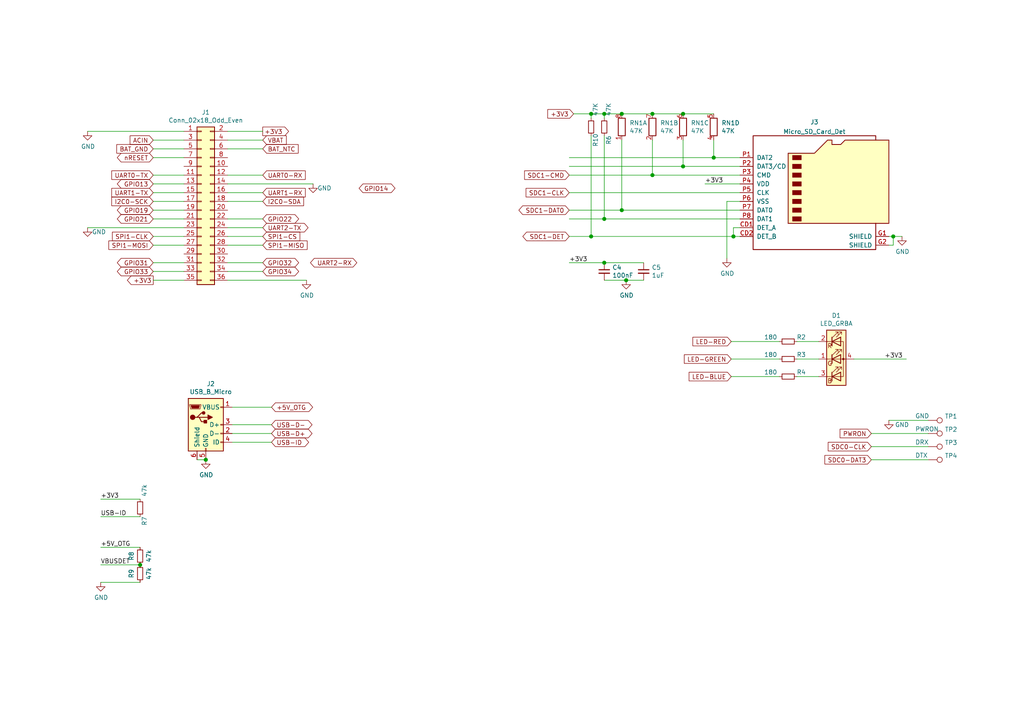
<source format=kicad_sch>
(kicad_sch (version 20210621) (generator eeschema)
  (paper "A4")
  (lib_symbols
    (symbol "Connector:TestPoint" (pin_numbers hide) (pin_names (offset 0.762) hide)
      (property "Reference" "TP" (at 0 6.858 0))
      (property "Value" "TestPoint" (at 0 5.08 0))
      (symbol "TestPoint_0_1"
        (circle (center 0 3.302) (radius 0.762))
      )
      (symbol "TestPoint_1_1"
        (pin passive line (at 0 0 90) (length 2.54) (name "1") (number "1"))
      )
    )
    (symbol "Connector:USB_B_Micro" (pin_names (offset 1.016))
      (property "Reference" "J" (at -5.08 11.43 0))
      (property "Value" "USB_B_Micro" (at -5.08 8.89 0))
      (symbol "USB_B_Micro_0_1"
        (circle (center -3.81 2.159) (radius 0.635) (stroke (width 0.254)) (fill (type outline)))
        (circle (center -0.635 3.429) (radius 0.381) (stroke (width 0.254)) (fill (type outline)))
        (rectangle (start -0.127 -7.62) (end 0.127 -6.858))
        (rectangle (start 5.08 -5.207) (end 4.318 -4.953))
        (rectangle (start 5.08 -2.667) (end 4.318 -2.413))
        (rectangle (start 5.08 -0.127) (end 4.318 0.127))
        (rectangle (start 5.08 4.953) (end 4.318 5.207))
        (rectangle (start 0.254 1.27) (end -0.508 0.508) (stroke (width 0.254)) (fill (type outline)))
        (rectangle (start -5.08 -7.62) (end 5.08 7.62) (stroke (width 0.254)) (fill (type background)))
        (polyline (pts (xy -1.905 2.159) (xy 0.635 2.159)) (stroke (width 0.254)))
        (polyline (pts (xy -3.175 2.159) (xy -2.54 2.159) (xy -1.27 3.429) (xy -0.635 3.429)) (stroke (width 0.254)))
        (polyline (pts (xy -2.54 2.159) (xy -1.905 2.159) (xy -1.27 0.889) (xy 0 0.889)) (stroke (width 0.254)))
        (polyline (pts (xy -4.699 5.842) (xy -4.699 5.588) (xy -4.445 4.826) (xy -4.445 4.572) (xy -1.651 4.572) (xy -1.651 4.826) (xy -1.397 5.588) (xy -1.397 5.842) (xy -4.699 5.842)))
        (polyline (pts (xy 0.635 2.794) (xy 0.635 1.524) (xy 1.905 2.159) (xy 0.635 2.794)) (stroke (width 0.254)) (fill (type outline)))
        (polyline (pts (xy -4.318 5.588) (xy -1.778 5.588) (xy -2.032 4.826) (xy -4.064 4.826) (xy -4.318 5.588)) (fill (type outline)))
      )
      (symbol "USB_B_Micro_1_1"
        (pin power_out line (at 7.62 5.08 180) (length 2.54) (name "VBUS") (number "1"))
        (pin bidirectional line (at 7.62 -2.54 180) (length 2.54) (name "D-") (number "2"))
        (pin bidirectional line (at 7.62 0 180) (length 2.54) (name "D+") (number "3"))
        (pin passive line (at 7.62 -5.08 180) (length 2.54) (name "ID") (number "4"))
        (pin power_out line (at 0 -10.16 90) (length 2.54) (name "GND") (number "5"))
        (pin passive line (at -2.54 -10.16 90) (length 2.54) (name "Shield") (number "6"))
      )
    )
    (symbol "Connector_Generic:Conn_02x18_Odd_Even" (pin_names (offset 1.016) hide)
      (property "Reference" "J" (at 1.27 22.86 0))
      (property "Value" "Conn_02x18_Odd_Even" (at 1.27 -25.4 0))
      (symbol "Conn_02x18_Odd_Even_1_1"
        (rectangle (start -1.27 -22.733) (end 0 -22.987) (stroke (width 0.1524)))
        (rectangle (start -1.27 -20.193) (end 0 -20.447) (stroke (width 0.1524)))
        (rectangle (start -1.27 -17.653) (end 0 -17.907) (stroke (width 0.1524)))
        (rectangle (start -1.27 -15.113) (end 0 -15.367) (stroke (width 0.1524)))
        (rectangle (start -1.27 -12.573) (end 0 -12.827) (stroke (width 0.1524)))
        (rectangle (start -1.27 -10.033) (end 0 -10.287) (stroke (width 0.1524)))
        (rectangle (start -1.27 -7.493) (end 0 -7.747) (stroke (width 0.1524)))
        (rectangle (start -1.27 -4.953) (end 0 -5.207) (stroke (width 0.1524)))
        (rectangle (start -1.27 -2.413) (end 0 -2.667) (stroke (width 0.1524)))
        (rectangle (start -1.27 0.127) (end 0 -0.127) (stroke (width 0.1524)))
        (rectangle (start -1.27 2.667) (end 0 2.413) (stroke (width 0.1524)))
        (rectangle (start -1.27 5.207) (end 0 4.953) (stroke (width 0.1524)))
        (rectangle (start -1.27 7.747) (end 0 7.493) (stroke (width 0.1524)))
        (rectangle (start -1.27 10.287) (end 0 10.033) (stroke (width 0.1524)))
        (rectangle (start -1.27 12.827) (end 0 12.573) (stroke (width 0.1524)))
        (rectangle (start -1.27 15.367) (end 0 15.113) (stroke (width 0.1524)))
        (rectangle (start -1.27 17.907) (end 0 17.653) (stroke (width 0.1524)))
        (rectangle (start -1.27 20.447) (end 0 20.193) (stroke (width 0.1524)))
        (rectangle (start 3.81 -22.733) (end 2.54 -22.987) (stroke (width 0.1524)))
        (rectangle (start 3.81 -20.193) (end 2.54 -20.447) (stroke (width 0.1524)))
        (rectangle (start 3.81 -17.653) (end 2.54 -17.907) (stroke (width 0.1524)))
        (rectangle (start 3.81 -15.113) (end 2.54 -15.367) (stroke (width 0.1524)))
        (rectangle (start 3.81 -12.573) (end 2.54 -12.827) (stroke (width 0.1524)))
        (rectangle (start 3.81 -10.033) (end 2.54 -10.287) (stroke (width 0.1524)))
        (rectangle (start 3.81 -7.493) (end 2.54 -7.747) (stroke (width 0.1524)))
        (rectangle (start 3.81 -4.953) (end 2.54 -5.207) (stroke (width 0.1524)))
        (rectangle (start 3.81 -2.413) (end 2.54 -2.667) (stroke (width 0.1524)))
        (rectangle (start 3.81 0.127) (end 2.54 -0.127) (stroke (width 0.1524)))
        (rectangle (start 3.81 2.667) (end 2.54 2.413) (stroke (width 0.1524)))
        (rectangle (start 3.81 5.207) (end 2.54 4.953) (stroke (width 0.1524)))
        (rectangle (start 3.81 7.747) (end 2.54 7.493) (stroke (width 0.1524)))
        (rectangle (start 3.81 10.287) (end 2.54 10.033) (stroke (width 0.1524)))
        (rectangle (start 3.81 12.827) (end 2.54 12.573) (stroke (width 0.1524)))
        (rectangle (start 3.81 15.367) (end 2.54 15.113) (stroke (width 0.1524)))
        (rectangle (start 3.81 17.907) (end 2.54 17.653) (stroke (width 0.1524)))
        (rectangle (start 3.81 20.447) (end 2.54 20.193) (stroke (width 0.1524)))
        (rectangle (start -1.27 21.59) (end 3.81 -24.13) (stroke (width 0.254)) (fill (type background)))
        (pin passive line (at -5.08 20.32 0) (length 3.81) (name "Pin_1") (number "1"))
        (pin passive line (at 7.62 10.16 180) (length 3.81) (name "Pin_10") (number "10"))
        (pin passive line (at -5.08 7.62 0) (length 3.81) (name "Pin_11") (number "11"))
        (pin passive line (at 7.62 7.62 180) (length 3.81) (name "Pin_12") (number "12"))
        (pin passive line (at -5.08 5.08 0) (length 3.81) (name "Pin_13") (number "13"))
        (pin passive line (at 7.62 5.08 180) (length 3.81) (name "Pin_14") (number "14"))
        (pin passive line (at -5.08 2.54 0) (length 3.81) (name "Pin_15") (number "15"))
        (pin passive line (at 7.62 2.54 180) (length 3.81) (name "Pin_16") (number "16"))
        (pin passive line (at -5.08 0 0) (length 3.81) (name "Pin_17") (number "17"))
        (pin passive line (at 7.62 0 180) (length 3.81) (name "Pin_18") (number "18"))
        (pin passive line (at -5.08 -2.54 0) (length 3.81) (name "Pin_19") (number "19"))
        (pin passive line (at 7.62 20.32 180) (length 3.81) (name "Pin_2") (number "2"))
        (pin passive line (at 7.62 -2.54 180) (length 3.81) (name "Pin_20") (number "20"))
        (pin passive line (at -5.08 -5.08 0) (length 3.81) (name "Pin_21") (number "21"))
        (pin passive line (at 7.62 -5.08 180) (length 3.81) (name "Pin_22") (number "22"))
        (pin passive line (at -5.08 -7.62 0) (length 3.81) (name "Pin_23") (number "23"))
        (pin passive line (at 7.62 -7.62 180) (length 3.81) (name "Pin_24") (number "24"))
        (pin passive line (at -5.08 -10.16 0) (length 3.81) (name "Pin_25") (number "25"))
        (pin passive line (at 7.62 -10.16 180) (length 3.81) (name "Pin_26") (number "26"))
        (pin passive line (at -5.08 -12.7 0) (length 3.81) (name "Pin_27") (number "27"))
        (pin passive line (at 7.62 -12.7 180) (length 3.81) (name "Pin_28") (number "28"))
        (pin passive line (at -5.08 -15.24 0) (length 3.81) (name "Pin_29") (number "29"))
        (pin passive line (at -5.08 17.78 0) (length 3.81) (name "Pin_3") (number "3"))
        (pin passive line (at 7.62 -15.24 180) (length 3.81) (name "Pin_30") (number "30"))
        (pin passive line (at -5.08 -17.78 0) (length 3.81) (name "Pin_31") (number "31"))
        (pin passive line (at 7.62 -17.78 180) (length 3.81) (name "Pin_32") (number "32"))
        (pin passive line (at -5.08 -20.32 0) (length 3.81) (name "Pin_33") (number "33"))
        (pin passive line (at 7.62 -20.32 180) (length 3.81) (name "Pin_34") (number "34"))
        (pin passive line (at -5.08 -22.86 0) (length 3.81) (name "Pin_35") (number "35"))
        (pin passive line (at 7.62 -22.86 180) (length 3.81) (name "Pin_36") (number "36"))
        (pin passive line (at 7.62 17.78 180) (length 3.81) (name "Pin_4") (number "4"))
        (pin passive line (at -5.08 15.24 0) (length 3.81) (name "Pin_5") (number "5"))
        (pin passive line (at 7.62 15.24 180) (length 3.81) (name "Pin_6") (number "6"))
        (pin passive line (at -5.08 12.7 0) (length 3.81) (name "Pin_7") (number "7"))
        (pin passive line (at 7.62 12.7 180) (length 3.81) (name "Pin_8") (number "8"))
        (pin passive line (at -5.08 10.16 0) (length 3.81) (name "Pin_9") (number "9"))
      )
    )
    (symbol "Device:C_Small" (pin_numbers hide) (pin_names (offset 0.254) hide)
      (property "Reference" "C" (at 0.254 1.778 0))
      (property "Value" "C_Small" (at 0.254 -2.032 0))
      (symbol "C_Small_0_1"
        (polyline (pts (xy -1.524 -0.508) (xy 1.524 -0.508)) (stroke (width 0.3302)))
        (polyline (pts (xy -1.524 0.508) (xy 1.524 0.508)) (stroke (width 0.3048)))
      )
      (symbol "C_Small_1_1"
        (pin passive line (at 0 2.54 270) (length 2.032) (name "~") (number "1"))
        (pin passive line (at 0 -2.54 90) (length 2.032) (name "~") (number "2"))
      )
    )
    (symbol "Device:LED_GRBA" (pin_names (offset 0) hide)
      (property "Reference" "D" (at 0 9.398 0))
      (property "Value" "LED_GRBA" (at 0 -8.89 0))
      (symbol "LED_GRBA_0_0"
        (text "B" (at -1.905 -6.35 0) (effects (font (size 1.27 1.27))))
        (text "G" (at -1.905 -1.27 0) (effects (font (size 1.27 1.27))))
        (text "R" (at -1.905 3.81 0) (effects (font (size 1.27 1.27))))
      )
      (symbol "LED_GRBA_0_1"
        (circle (center 2.032 0) (radius 0.254) (fill (type outline)))
        (rectangle (start 1.27 -1.27) (end 1.27 1.27))
        (rectangle (start 1.27 1.27) (end 1.27 1.27))
        (rectangle (start 1.27 3.81) (end 1.27 6.35))
        (rectangle (start 1.27 6.35) (end 1.27 6.35))
        (rectangle (start 2.794 8.382) (end -2.794 -7.62) (stroke (width 0.254)) (fill (type background)))
        (polyline (pts (xy -1.27 -5.08) (xy -2.54 -5.08)))
        (polyline (pts (xy -1.27 -5.08) (xy 1.27 -5.08)))
        (polyline (pts (xy -1.27 -3.81) (xy -1.27 -6.35)) (stroke (width 0.254)))
        (polyline (pts (xy -1.27 0) (xy -2.54 0)))
        (polyline (pts (xy -1.27 1.27) (xy -1.27 -1.27)) (stroke (width 0.254)))
        (polyline (pts (xy -1.27 5.08) (xy -2.54 5.08)))
        (polyline (pts (xy -1.27 5.08) (xy 1.27 5.08)))
        (polyline (pts (xy -1.27 6.35) (xy -1.27 3.81)) (stroke (width 0.254)))
        (polyline (pts (xy 1.27 0) (xy -1.27 0)))
        (polyline (pts (xy 1.27 0) (xy 2.54 0)))
        (polyline (pts (xy -1.27 1.27) (xy -1.27 -1.27) (xy -1.27 -1.27)))
        (polyline (pts (xy -1.27 6.35) (xy -1.27 3.81) (xy -1.27 3.81)))
        (polyline (pts (xy 1.27 -5.08) (xy 2.032 -5.08) (xy 2.032 5.08) (xy 1.27 5.08)))
        (polyline (pts (xy 1.27 -3.81) (xy 1.27 -6.35) (xy -1.27 -5.08) (xy 1.27 -3.81)) (stroke (width 0.254)))
        (polyline (pts (xy 1.27 1.27) (xy 1.27 -1.27) (xy -1.27 0) (xy 1.27 1.27)) (stroke (width 0.254)))
        (polyline (pts (xy 1.27 6.35) (xy 1.27 3.81) (xy -1.27 5.08) (xy 1.27 6.35)) (stroke (width 0.254)))
        (polyline (pts (xy -1.016 -3.81) (xy 0.508 -2.286) (xy -0.254 -2.286) (xy 0.508 -2.286) (xy 0.508 -3.048)))
        (polyline (pts (xy -1.016 1.27) (xy 0.508 2.794) (xy -0.254 2.794) (xy 0.508 2.794) (xy 0.508 2.032)))
        (polyline (pts (xy -1.016 6.35) (xy 0.508 7.874) (xy -0.254 7.874) (xy 0.508 7.874) (xy 0.508 7.112)))
        (polyline (pts (xy 0 -3.81) (xy 1.524 -2.286) (xy 0.762 -2.286) (xy 1.524 -2.286) (xy 1.524 -3.048)))
        (polyline (pts (xy 0 1.27) (xy 1.524 2.794) (xy 0.762 2.794) (xy 1.524 2.794) (xy 1.524 2.032)))
        (polyline (pts (xy 0 6.35) (xy 1.524 7.874) (xy 0.762 7.874) (xy 1.524 7.874) (xy 1.524 7.112)))
      )
      (symbol "LED_GRBA_1_1"
        (pin passive line (at -5.08 0 0) (length 2.54) (name "GK") (number "1"))
        (pin passive line (at -5.08 5.08 0) (length 2.54) (name "RK") (number "2"))
        (pin passive line (at -5.08 -5.08 0) (length 2.54) (name "BK") (number "3"))
        (pin passive line (at 5.08 0 180) (length 2.54) (name "A") (number "4"))
      )
    )
    (symbol "Device:R_Pack04_Split" (pin_names (offset 0) hide)
      (property "Reference" "RN" (at 2.032 0 90))
      (property "Value" "R_Pack04_Split" (at 0 0 90))
      (symbol "R_Pack04_Split_0_1"
        (rectangle (start 1.016 2.54) (end -1.016 -2.54) (stroke (width 0.254)))
      )
      (symbol "R_Pack04_Split_1_1"
        (pin passive line (at 0 -3.81 90) (length 1.27) (name "R1.1") (number "1"))
        (pin passive line (at 0 3.81 270) (length 1.27) (name "R1.2") (number "8"))
      )
      (symbol "R_Pack04_Split_2_1"
        (pin passive line (at 0 -3.81 90) (length 1.27) (name "R2.1") (number "2"))
        (pin passive line (at 0 3.81 270) (length 1.27) (name "R2.2") (number "7"))
      )
      (symbol "R_Pack04_Split_3_1"
        (pin passive line (at 0 -3.81 90) (length 1.27) (name "R3.1") (number "3"))
        (pin passive line (at 0 3.81 270) (length 1.27) (name "R3.2") (number "6"))
      )
      (symbol "R_Pack04_Split_4_1"
        (pin passive line (at 0 -3.81 90) (length 1.27) (name "R4.1") (number "4"))
        (pin passive line (at 0 3.81 270) (length 1.27) (name "R4.2") (number "5"))
      )
    )
    (symbol "Device:R_Small" (pin_numbers hide) (pin_names (offset 0.254) hide)
      (property "Reference" "R" (at 0.762 0.508 0))
      (property "Value" "R_Small" (at 0.762 -1.016 0))
      (symbol "R_Small_0_1"
        (rectangle (start -0.762 1.778) (end 0.762 -1.778) (stroke (width 0.2032)))
      )
      (symbol "R_Small_1_1"
        (pin passive line (at 0 2.54 270) (length 0.762) (name "~") (number "1"))
        (pin passive line (at 0 -2.54 90) (length 0.762) (name "~") (number "2"))
      )
    )
    (symbol "gct:Micro_SD_Card_Det" (pin_names (offset 1.016))
      (property "Reference" "J" (at -16.51 17.78 0))
      (property "Value" "Micro_SD_Card_Det" (at 16.51 17.78 0))
      (symbol "Micro_SD_Card_Det_0_1"
        (rectangle (start -7.62 -6.985) (end -5.08 -8.255) (fill (type outline)))
        (rectangle (start -7.62 -4.445) (end -5.08 -5.715) (fill (type outline)))
        (rectangle (start -7.62 -1.905) (end -5.08 -3.175) (fill (type outline)))
        (rectangle (start -7.62 0.635) (end -5.08 -0.635) (fill (type outline)))
        (rectangle (start -7.62 3.175) (end -5.08 1.905) (fill (type outline)))
        (rectangle (start -7.62 5.715) (end -5.08 4.445) (fill (type outline)))
        (rectangle (start -7.62 8.255) (end -5.08 6.985) (fill (type outline)))
        (rectangle (start -7.62 10.795) (end -5.08 9.525) (fill (type outline)))
        (polyline (pts (xy 16.51 15.24) (xy 16.51 16.51) (xy -19.05 16.51) (xy -19.05 -16.51) (xy 16.51 -16.51) (xy 16.51 -8.89)) (stroke (width 0.254)))
        (polyline (pts (xy -8.89 -8.89) (xy -8.89 11.43) (xy -1.27 11.43) (xy 2.54 15.24) (xy 3.81 15.24) (xy 3.81 13.97) (xy 6.35 13.97) (xy 7.62 15.24) (xy 20.32 15.24) (xy 20.32 -8.89) (xy -8.89 -8.89)) (stroke (width 0.254)) (fill (type background)))
      )
      (symbol "Micro_SD_Card_Det_1_1"
        (pin passive line (at -22.86 -10.16 0) (length 3.81) (name "DET_A") (number "CD1"))
        (pin passive line (at -22.86 -12.7 0) (length 3.81) (name "DET_B") (number "CD2"))
        (pin passive line (at 20.32 -12.7 180) (length 3.81) (name "SHIELD") (number "G1"))
        (pin passive line (at 20.32 -15.24 180) (length 3.81) (name "SHIELD") (number "G2"))
        (pin bidirectional line (at -22.86 10.16 0) (length 3.81) (name "DAT2") (number "P1"))
        (pin bidirectional line (at -22.86 7.62 0) (length 3.81) (name "DAT3/CD") (number "P2"))
        (pin input line (at -22.86 5.08 0) (length 3.81) (name "CMD") (number "P3"))
        (pin power_in line (at -22.86 2.54 0) (length 3.81) (name "VDD") (number "P4"))
        (pin input line (at -22.86 0 0) (length 3.81) (name "CLK") (number "P5"))
        (pin power_in line (at -22.86 -2.54 0) (length 3.81) (name "VSS") (number "P6"))
        (pin bidirectional line (at -22.86 -5.08 0) (length 3.81) (name "DAT0") (number "P7"))
        (pin bidirectional line (at -22.86 -7.62 0) (length 3.81) (name "DAT1") (number "P8"))
      )
    )
    (symbol "power:GND" (power) (pin_names (offset 0))
      (property "Value" "GND" (at 0 -3.81 0))
      (symbol "GND_0_1"
        (polyline (pts (xy 0 0) (xy 0 -1.27) (xy 1.27 -1.27) (xy 0 -2.54) (xy -1.27 -1.27) (xy 0 -1.27)))
      )
      (symbol "GND_1_1"
        (pin power_in line (at 0 0 270) (length 0) hide (name "GND") (number "1"))
      )
    )
  )
  (junction (at 40.64 163.83) (diameter 1.016))
  (junction (at 59.69 133.35) (diameter 1.016))
  (junction (at 171.45 33.02) (diameter 1.016))
  (junction (at 171.45 68.58) (diameter 1.016))
  (junction (at 175.26 33.02) (diameter 1.016))
  (junction (at 175.26 63.5) (diameter 1.016))
  (junction (at 175.26 76.2) (diameter 1.016))
  (junction (at 180.34 33.02) (diameter 1.016))
  (junction (at 180.34 60.96) (diameter 1.016))
  (junction (at 181.61 81.28) (diameter 1.016))
  (junction (at 189.23 33.02) (diameter 1.016))
  (junction (at 189.23 50.8) (diameter 1.016))
  (junction (at 198.12 33.02) (diameter 1.016))
  (junction (at 198.12 48.26) (diameter 1.016))
  (junction (at 207.01 45.72) (diameter 1.016))
  (junction (at 212.725 68.58) (diameter 1.016))
  (junction (at 259.08 68.58) (diameter 1.016))
  (wire (pts (xy 25.4 66.04) (xy 53.34 66.04)))
  (wire (pts (xy 40.64 144.78) (xy 29.21 144.78)))
  (wire (pts (xy 40.64 149.86) (xy 29.21 149.86)))
  (wire (pts (xy 40.64 158.75) (xy 29.21 158.75)))
  (wire (pts (xy 40.64 163.83) (xy 29.21 163.83)))
  (wire (pts (xy 40.64 168.91) (xy 29.21 168.91)))
  (wire (pts (xy 53.34 38.1) (xy 25.4 38.1)))
  (wire (pts (xy 53.34 40.64) (xy 44.45 40.64)))
  (wire (pts (xy 53.34 43.18) (xy 44.45 43.18)))
  (wire (pts (xy 53.34 45.72) (xy 44.45 45.72)))
  (wire (pts (xy 53.34 50.8) (xy 44.45 50.8)))
  (wire (pts (xy 53.34 53.34) (xy 44.45 53.34)))
  (wire (pts (xy 53.34 55.88) (xy 44.45 55.88)))
  (wire (pts (xy 53.34 58.42) (xy 44.45 58.42)))
  (wire (pts (xy 53.34 60.96) (xy 44.45 60.96)))
  (wire (pts (xy 53.34 63.5) (xy 44.45 63.5)))
  (wire (pts (xy 53.34 68.58) (xy 44.45 68.58)))
  (wire (pts (xy 53.34 71.12) (xy 44.45 71.12)))
  (wire (pts (xy 53.34 76.2) (xy 44.45 76.2)))
  (wire (pts (xy 53.34 78.74) (xy 44.45 78.74)))
  (wire (pts (xy 53.34 81.28) (xy 44.45 81.28)))
  (wire (pts (xy 57.15 133.35) (xy 59.69 133.35)))
  (wire (pts (xy 66.04 38.1) (xy 76.2 38.1)))
  (wire (pts (xy 66.04 40.64) (xy 76.2 40.64)))
  (wire (pts (xy 66.04 43.18) (xy 76.2 43.18)))
  (wire (pts (xy 66.04 50.8) (xy 76.2 50.8)))
  (wire (pts (xy 66.04 53.34) (xy 90.805 53.34)))
  (wire (pts (xy 66.04 55.88) (xy 76.2 55.88)))
  (wire (pts (xy 66.04 58.42) (xy 76.2 58.42)))
  (wire (pts (xy 66.04 63.5) (xy 76.2 63.5)))
  (wire (pts (xy 66.04 66.04) (xy 76.2 66.04)))
  (wire (pts (xy 66.04 68.58) (xy 76.2 68.58)))
  (wire (pts (xy 66.04 71.12) (xy 76.2 71.12)))
  (wire (pts (xy 66.04 76.2) (xy 76.2 76.2)))
  (wire (pts (xy 66.04 78.74) (xy 76.2 78.74)))
  (wire (pts (xy 66.04 81.28) (xy 88.9 81.28)))
  (wire (pts (xy 67.31 118.11) (xy 78.74 118.11)))
  (wire (pts (xy 67.31 123.19) (xy 78.74 123.19)))
  (wire (pts (xy 67.31 125.73) (xy 78.74 125.73)))
  (wire (pts (xy 67.31 128.27) (xy 78.74 128.27)))
  (wire (pts (xy 171.45 33.02) (xy 166.37 33.02)))
  (wire (pts (xy 171.45 34.29) (xy 171.45 33.02)))
  (wire (pts (xy 171.45 39.37) (xy 171.45 68.58)))
  (wire (pts (xy 171.45 68.58) (xy 165.1 68.58)))
  (wire (pts (xy 175.26 33.02) (xy 171.45 33.02)))
  (wire (pts (xy 175.26 33.02) (xy 175.26 34.29)))
  (wire (pts (xy 175.26 39.37) (xy 175.26 63.5)))
  (wire (pts (xy 175.26 63.5) (xy 165.1 63.5)))
  (wire (pts (xy 175.26 76.2) (xy 165.1 76.2)))
  (wire (pts (xy 180.34 33.02) (xy 175.26 33.02)))
  (wire (pts (xy 180.34 40.64) (xy 180.34 60.96)))
  (wire (pts (xy 180.34 60.96) (xy 165.1 60.96)))
  (wire (pts (xy 181.61 81.28) (xy 175.26 81.28)))
  (wire (pts (xy 186.69 76.2) (xy 175.26 76.2)))
  (wire (pts (xy 186.69 81.28) (xy 181.61 81.28)))
  (wire (pts (xy 189.23 33.02) (xy 180.34 33.02)))
  (wire (pts (xy 189.23 40.64) (xy 189.23 50.8)))
  (wire (pts (xy 189.23 50.8) (xy 165.1 50.8)))
  (wire (pts (xy 198.12 33.02) (xy 189.23 33.02)))
  (wire (pts (xy 198.12 40.64) (xy 198.12 48.26)))
  (wire (pts (xy 198.12 48.26) (xy 165.1 48.26)))
  (wire (pts (xy 207.01 33.02) (xy 198.12 33.02)))
  (wire (pts (xy 207.01 40.64) (xy 207.01 45.72)))
  (wire (pts (xy 207.01 45.72) (xy 165.1 45.72)))
  (wire (pts (xy 210.82 58.42) (xy 210.82 74.93)))
  (wire (pts (xy 212.725 66.04) (xy 212.725 68.58)))
  (wire (pts (xy 212.725 68.58) (xy 171.45 68.58)))
  (wire (pts (xy 214.63 45.72) (xy 207.01 45.72)))
  (wire (pts (xy 214.63 48.26) (xy 198.12 48.26)))
  (wire (pts (xy 214.63 50.8) (xy 189.23 50.8)))
  (wire (pts (xy 214.63 53.34) (xy 204.47 53.34)))
  (wire (pts (xy 214.63 55.88) (xy 165.1 55.88)))
  (wire (pts (xy 214.63 58.42) (xy 210.82 58.42)))
  (wire (pts (xy 214.63 60.96) (xy 180.34 60.96)))
  (wire (pts (xy 214.63 63.5) (xy 175.26 63.5)))
  (wire (pts (xy 214.63 66.04) (xy 212.725 66.04)))
  (wire (pts (xy 214.63 68.58) (xy 212.725 68.58)))
  (wire (pts (xy 226.06 99.06) (xy 212.09 99.06)))
  (wire (pts (xy 226.06 104.14) (xy 212.09 104.14)))
  (wire (pts (xy 226.06 109.22) (xy 212.09 109.22)))
  (wire (pts (xy 231.14 99.06) (xy 237.49 99.06)))
  (wire (pts (xy 237.49 104.14) (xy 231.14 104.14)))
  (wire (pts (xy 237.49 109.22) (xy 231.14 109.22)))
  (wire (pts (xy 247.65 104.14) (xy 262.89 104.14)))
  (wire (pts (xy 257.81 68.58) (xy 259.08 68.58)))
  (wire (pts (xy 257.81 71.12) (xy 259.08 71.12)))
  (wire (pts (xy 259.08 68.58) (xy 259.08 71.12)))
  (wire (pts (xy 259.08 68.58) (xy 261.62 68.58)))
  (wire (pts (xy 269.24 121.92) (xy 257.81 121.92)))
  (wire (pts (xy 269.24 125.73) (xy 252.73 125.73)))
  (wire (pts (xy 269.24 129.54) (xy 252.73 129.54)))
  (wire (pts (xy 269.24 133.35) (xy 252.73 133.35)))
  (label "+3V3" (at 29.21 144.78 0))
  (label "USB-ID" (at 29.21 149.86 0))
  (label "+5V_OTG" (at 29.21 158.75 0))
  (label "VBUSDET" (at 29.21 163.83 0))
  (label "+3V3" (at 165.1 76.2 0))
  (label "+3V3" (at 204.47 53.34 0))
  (label "+3V3" (at 256.54 104.14 0))
  (global_label "ACIN" (shape input) (at 44.45 40.64 180) (property "Intersheet References" "${INTERSHEET_REFS}" (effects hide)))
  (global_label "BAT_GND" (shape input) (at 44.45 43.18 180) (property "Intersheet References" "${INTERSHEET_REFS}" (effects hide)))
  (global_label "nRESET" (shape bidirectional) (at 44.45 45.72 180) (property "Intersheet References" "${INTERSHEET_REFS}" (effects hide)))
  (global_label "UART0-TX" (shape input) (at 44.45 50.8 180) (property "Intersheet References" "${INTERSHEET_REFS}" (effects hide)))
  (global_label "GPIO13" (shape bidirectional) (at 44.45 53.34 180) (property "Intersheet References" "${INTERSHEET_REFS}" (effects hide)))
  (global_label "UART1-TX" (shape input) (at 44.45 55.88 180) (property "Intersheet References" "${INTERSHEET_REFS}" (effects hide)))
  (global_label "I2C0-SCK" (shape input) (at 44.45 58.42 180) (property "Intersheet References" "${INTERSHEET_REFS}" (effects hide)))
  (global_label "GPIO19" (shape bidirectional) (at 44.45 60.96 180) (property "Intersheet References" "${INTERSHEET_REFS}" (effects hide)))
  (global_label "GPIO21" (shape bidirectional) (at 44.45 63.5 180) (property "Intersheet References" "${INTERSHEET_REFS}" (effects hide)))
  (global_label "SPI1-CLK" (shape input) (at 44.45 68.58 180) (property "Intersheet References" "${INTERSHEET_REFS}" (effects hide)))
  (global_label "SPI1-MOSI" (shape input) (at 44.45 71.12 180) (property "Intersheet References" "${INTERSHEET_REFS}" (effects hide)))
  (global_label "GPIO31" (shape bidirectional) (at 44.45 76.2 180) (property "Intersheet References" "${INTERSHEET_REFS}" (effects hide)))
  (global_label "GPIO33" (shape bidirectional) (at 44.45 78.74 180) (property "Intersheet References" "${INTERSHEET_REFS}" (effects hide)))
  (global_label "+3V3" (shape output) (at 44.45 81.28 180) (property "Intersheet References" "${INTERSHEET_REFS}" (effects hide)))
  (global_label "+3V3" (shape output) (at 76.2 38.1 0) (property "Intersheet References" "${INTERSHEET_REFS}" (effects hide)))
  (global_label "VBAT" (shape input) (at 76.2 40.64 0) (property "Intersheet References" "${INTERSHEET_REFS}" (effects hide)))
  (global_label "BAT_NTC" (shape input) (at 76.2 43.18 0) (property "Intersheet References" "${INTERSHEET_REFS}" (effects hide)))
  (global_label "UART0-RX" (shape input) (at 76.2 50.8 0) (property "Intersheet References" "${INTERSHEET_REFS}" (effects hide)))
  (global_label "UART1-RX" (shape input) (at 76.2 55.88 0) (property "Intersheet References" "${INTERSHEET_REFS}" (effects hide)))
  (global_label "I2C0-SDA" (shape input) (at 76.2 58.42 0) (property "Intersheet References" "${INTERSHEET_REFS}" (effects hide)))
  (global_label "GPIO22" (shape bidirectional) (at 76.2 63.5 0) (property "Intersheet References" "${INTERSHEET_REFS}" (effects hide)))
  (global_label "UART2-TX" (shape bidirectional) (at 76.2 66.04 0) (property "Intersheet References" "${INTERSHEET_REFS}" (effects hide)))
  (global_label "SPI1-CS" (shape input) (at 76.2 68.58 0) (property "Intersheet References" "${INTERSHEET_REFS}" (effects hide)))
  (global_label "SPI1-MISO" (shape input) (at 76.2 71.12 0) (property "Intersheet References" "${INTERSHEET_REFS}" (effects hide)))
  (global_label "GPIO32" (shape bidirectional) (at 76.2 76.2 0) (property "Intersheet References" "${INTERSHEET_REFS}" (effects hide)))
  (global_label "GPIO34" (shape bidirectional) (at 76.2 78.74 0) (property "Intersheet References" "${INTERSHEET_REFS}" (effects hide)))
  (global_label "+5V_OTG" (shape bidirectional) (at 78.74 118.11 0) (property "Intersheet References" "${INTERSHEET_REFS}" (effects hide)))
  (global_label "USB-D-" (shape bidirectional) (at 78.74 123.19 0) (property "Intersheet References" "${INTERSHEET_REFS}" (effects hide)))
  (global_label "USB-D+" (shape bidirectional) (at 78.74 125.73 0) (property "Intersheet References" "${INTERSHEET_REFS}" (effects hide)))
  (global_label "USB-ID" (shape bidirectional) (at 78.74 128.27 0) (property "Intersheet References" "${INTERSHEET_REFS}" (effects hide)))
  (global_label "UART2-RX" (shape bidirectional) (at 103.505 76.2 180) (property "Intersheet References" "${INTERSHEET_REFS}" (effects hide)))
  (global_label "GPIO14" (shape bidirectional) (at 104.14 54.61 0) (property "Intersheet References" "${INTERSHEET_REFS}" (effects hide)))
  (global_label "SDC1-CMD" (shape input) (at 165.1 50.8 180) (property "Intersheet References" "${INTERSHEET_REFS}" (effects hide)))
  (global_label "SDC1-CLK" (shape input) (at 165.1 55.88 180) (property "Intersheet References" "${INTERSHEET_REFS}" (effects hide)))
  (global_label "SDC1-DAT0" (shape bidirectional) (at 165.1 60.96 180) (property "Intersheet References" "${INTERSHEET_REFS}" (effects hide)))
  (global_label "SDC1-DET" (shape bidirectional) (at 165.1 68.58 180) (property "Intersheet References" "${INTERSHEET_REFS}" (effects hide)))
  (global_label "+3V3" (shape input) (at 166.37 33.02 180) (property "Intersheet References" "${INTERSHEET_REFS}" (effects hide)))
  (global_label "LED-RED" (shape input) (at 212.09 99.06 180) (property "Intersheet References" "${INTERSHEET_REFS}" (effects hide)))
  (global_label "LED-GREEN" (shape input) (at 212.09 104.14 180) (property "Intersheet References" "${INTERSHEET_REFS}" (effects hide)))
  (global_label "LED-BLUE" (shape input) (at 212.09 109.22 180) (property "Intersheet References" "${INTERSHEET_REFS}" (effects hide)))
  (global_label "PWRON" (shape input) (at 252.73 125.73 180) (property "Intersheet References" "${INTERSHEET_REFS}" (effects hide)))
  (global_label "SDC0-CLK" (shape input) (at 252.73 129.54 180) (property "Intersheet References" "${INTERSHEET_REFS}" (effects hide)))
  (global_label "SDC0-DAT3" (shape input) (at 252.73 133.35 180) (property "Intersheet References" "${INTERSHEET_REFS}" (effects hide)))
  (symbol (lib_id "Connector:TestPoint") (at 269.24 121.92 270) (unit 1)
    (property "Reference" "TP1" (at 274.0152 120.7516 90) (effects (justify left)))
    (property "Value" "GND" (at 265.43 120.65 90) (effects (justify left)))
    (property "Footprint" "TestPoint:TestPoint_Pad_D1.0mm" (effects hide))
  )
  (symbol (lib_id "Connector:TestPoint") (at 269.24 125.73 270) (unit 1)
    (property "Reference" "TP2" (at 274.0152 124.5616 90) (effects (justify left)))
    (property "Value" "PWRON" (at 265.43 124.46 90) (effects (justify left)))
    (property "Footprint" "TestPoint:TestPoint_Pad_D1.0mm" (effects hide))
  )
  (symbol (lib_id "Connector:TestPoint") (at 269.24 129.54 270) (unit 1)
    (property "Reference" "TP3" (at 274.0152 128.3716 90) (effects (justify left)))
    (property "Value" "DRX" (at 265.43 128.27 90) (effects (justify left)))
    (property "Footprint" "TestPoint:TestPoint_Pad_D1.0mm" (effects hide))
  )
  (symbol (lib_id "Connector:TestPoint") (at 269.24 133.35 270) (unit 1)
    (property "Reference" "TP4" (at 274.0152 132.1816 90) (effects (justify left)))
    (property "Value" "DTX" (at 265.43 132.08 90) (effects (justify left)))
    (property "Footprint" "TestPoint:TestPoint_Pad_D1.0mm" (effects hide))
  )
  (symbol (lib_id "power:GND") (at 25.4 38.1 0) (unit 1)
    (property "Reference" "#PWR0119" (effects hide))
    (property "Value" "GND" (at 25.527 42.4942 0))
  )
  (symbol (lib_id "power:GND") (at 25.4 66.04 0) (unit 1)
    (property "Reference" "#PWR0139" (effects hide))
    (property "Value" "GND" (at 28.702 67.2592 0))
  )
  (symbol (lib_id "power:GND") (at 29.21 168.91 0) (unit 1)
    (property "Reference" "#PWR0133" (effects hide))
    (property "Value" "GND" (at 29.337 173.3042 0))
  )
  (symbol (lib_id "power:GND") (at 59.69 133.35 0) (unit 1)
    (property "Reference" "#PWR0120" (effects hide))
    (property "Value" "GND" (at 59.817 137.7442 0))
  )
  (symbol (lib_id "power:GND") (at 88.9 81.28 0) (unit 1)
    (property "Reference" "#PWR0135" (effects hide))
    (property "Value" "GND" (at 89.027 85.6742 0))
  )
  (symbol (lib_id "power:GND") (at 90.805 53.34 0) (unit 1)
    (property "Reference" "#PWR0136" (effects hide))
    (property "Value" "GND" (at 94.107 54.5592 0))
  )
  (symbol (lib_id "power:GND") (at 181.61 81.28 0) (unit 1)
    (property "Reference" "#PWR0130" (effects hide))
    (property "Value" "GND" (at 181.737 85.6742 0))
  )
  (symbol (lib_id "power:GND") (at 210.82 74.93 0) (unit 1)
    (property "Reference" "#PWR0118" (effects hide))
    (property "Value" "GND" (at 210.947 79.3242 0))
  )
  (symbol (lib_id "power:GND") (at 257.81 121.92 0) (unit 1)
    (property "Reference" "#PWR0134" (effects hide))
    (property "Value" "GND" (at 261.62 123.19 0))
  )
  (symbol (lib_id "power:GND") (at 261.62 68.58 0) (unit 1)
    (property "Reference" "#PWR0131" (effects hide))
    (property "Value" "GND" (at 261.747 72.9742 0))
  )
  (symbol (lib_id "Device:R_Small") (at 40.64 147.32 180) (unit 1)
    (property "Reference" "R7" (at 41.91 151.13 90))
    (property "Value" "47k" (at 41.91 142.24 90))
    (property "Footprint" "Resistor_SMD:R_0402_1005Metric" (effects hide))
  )
  (symbol (lib_id "Device:R_Small") (at 40.64 161.29 180) (unit 1)
    (property "Reference" "R8" (at 38.1 161.29 90))
    (property "Value" "47k" (at 43.18 161.29 90))
    (property "Footprint" "Resistor_SMD:R_0402_1005Metric" (effects hide))
  )
  (symbol (lib_id "Device:R_Small") (at 40.64 166.37 180) (unit 1)
    (property "Reference" "R9" (at 38.1 166.37 90))
    (property "Value" "47k" (at 43.18 166.37 90))
    (property "Footprint" "Resistor_SMD:R_0402_1005Metric" (effects hide))
  )
  (symbol (lib_id "Device:R_Small") (at 171.45 36.83 180) (unit 1)
    (property "Reference" "R10" (at 172.72 40.64 90))
    (property "Value" "47K" (at 172.72 31.75 90))
    (property "Footprint" "Resistor_SMD:R_0402_1005Metric" (effects hide))
  )
  (symbol (lib_id "Device:R_Small") (at 175.26 36.83 180) (unit 1)
    (property "Reference" "R6" (at 176.53 40.64 90))
    (property "Value" "47K" (at 176.53 31.75 90))
    (property "Footprint" "Resistor_SMD:R_0402_1005Metric" (effects hide))
  )
  (symbol (lib_id "Device:R_Small") (at 228.6 99.06 270) (unit 1)
    (property "Reference" "R2" (at 232.41 97.79 90))
    (property "Value" "180" (at 223.52 97.79 90))
    (property "Footprint" "Resistor_SMD:R_0402_1005Metric" (effects hide))
  )
  (symbol (lib_id "Device:R_Small") (at 228.6 104.14 270) (unit 1)
    (property "Reference" "R3" (at 232.41 102.87 90))
    (property "Value" "180" (at 223.52 102.87 90))
    (property "Footprint" "Resistor_SMD:R_0402_1005Metric" (effects hide))
  )
  (symbol (lib_id "Device:R_Small") (at 228.6 109.22 270) (unit 1)
    (property "Reference" "R4" (at 232.41 107.95 90))
    (property "Value" "180" (at 223.52 107.95 90))
    (property "Footprint" "Resistor_SMD:R_0402_1005Metric" (effects hide))
  )
  (symbol (lib_id "Device:R_Pack04_Split") (at 180.34 36.83 0) (unit 1)
    (property "Reference" "RN1" (at 182.5752 35.6616 0) (effects (justify left)))
    (property "Value" "47K" (at 182.5752 37.973 0) (effects (justify left)))
    (property "Footprint" "Resistor_SMD:R_Array_Convex_4x0402" (effects hide))
  )
  (symbol (lib_id "Device:R_Pack04_Split") (at 189.23 36.83 0) (unit 2)
    (property "Reference" "RN1" (at 191.4652 35.6616 0) (effects (justify left)))
    (property "Value" "47K" (at 191.4652 37.973 0) (effects (justify left)))
    (property "Footprint" "Resistor_SMD:R_Array_Convex_4x0402" (effects hide))
  )
  (symbol (lib_id "Device:R_Pack04_Split") (at 198.12 36.83 0) (unit 3)
    (property "Reference" "RN1" (at 200.3552 35.6616 0) (effects (justify left)))
    (property "Value" "47K" (at 200.3552 37.973 0) (effects (justify left)))
    (property "Footprint" "Resistor_SMD:R_Array_Convex_4x0402" (effects hide))
  )
  (symbol (lib_id "Device:R_Pack04_Split") (at 207.01 36.83 0) (unit 4)
    (property "Reference" "RN1" (at 209.2452 35.6616 0) (effects (justify left)))
    (property "Value" "47K" (at 209.2452 37.973 0) (effects (justify left)))
    (property "Footprint" "Resistor_SMD:R_Array_Convex_4x0402" (effects hide))
  )
  (symbol (lib_id "Device:C_Small") (at 175.26 78.74 0) (unit 1)
    (property "Reference" "C4" (at 177.5968 77.5716 0) (effects (justify left)))
    (property "Value" "100nF" (at 177.5968 79.883 0) (effects (justify left)))
    (property "Footprint" "Capacitor_SMD:C_0402_1005Metric" (effects hide))
  )
  (symbol (lib_id "Device:C_Small") (at 186.69 78.74 0) (unit 1)
    (property "Reference" "C5" (at 189.0268 77.5716 0) (effects (justify left)))
    (property "Value" "1uF" (at 189.0268 79.883 0) (effects (justify left)))
    (property "Footprint" "Capacitor_SMD:C_0402_1005Metric" (effects hide))
  )
  (symbol (lib_id "Device:LED_GRBA") (at 242.57 104.14 0) (unit 1)
    (property "Reference" "D1" (at 242.57 91.5162 0))
    (property "Value" "LED_GRBA" (at 242.57 93.8276 0))
    (property "Footprint" "parts-refond:led-1204-rgba" (effects hide))
  )
  (symbol (lib_id "Connector:USB_B_Micro") (at 59.69 123.19 0) (unit 1)
    (property "Reference" "J2" (at 61.1378 111.3282 0))
    (property "Value" "USB_B_Micro" (at 61.1378 113.6396 0))
    (property "Footprint" "Connector_USB:USB_Micro-B_Amphenol_10103594-0001LF_Horizontal" (effects hide))
  )
  (symbol (lib_id "Connector_Generic:Conn_02x18_Odd_Even") (at 58.42 58.42 0) (unit 1)
    (property "Reference" "J1" (at 59.69 32.5882 0))
    (property "Value" "Conn_02x18_Odd_Even" (at 59.69 34.8996 0))
    (property "Footprint" "Connector_PinHeader_2.54mm:PinHeader_2x18_P2.54mm_Vertical" (effects hide))
  )
  (symbol (lib_id "gct:Micro_SD_Card_Det") (at 237.49 55.88 0) (unit 1)
    (property "Reference" "J3" (at 236.22 35.4034 0))
    (property "Value" "Micro_SD_Card_Det" (at 236.22 38.1785 0))
    (property "Footprint" "gct:MEM20610118800A" (effects hide))
    (property "Datasheet" "https://www.hirose.com/product/en/download_file/key_name/DM3/category/Catalog/doc_file_id/49662/?file_category_id=4&item_id=195&is_series=1" (effects hide))
  )
)
</source>
